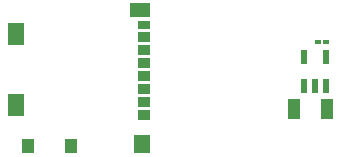
<source format=gbr>
G04 #@! TF.GenerationSoftware,KiCad,Pcbnew,(5.1.6)-1*
G04 #@! TF.CreationDate,2021-12-03T11:37:05+01:00*
G04 #@! TF.ProjectId,Keyvilboard2.0,4b657976-696c-4626-9f61-7264322e302e,rev?*
G04 #@! TF.SameCoordinates,Original*
G04 #@! TF.FileFunction,Paste,Bot*
G04 #@! TF.FilePolarity,Positive*
%FSLAX46Y46*%
G04 Gerber Fmt 4.6, Leading zero omitted, Abs format (unit mm)*
G04 Created by KiCad (PCBNEW (5.1.6)-1) date 2021-12-03 11:37:05*
%MOMM*%
%LPD*%
G01*
G04 APERTURE LIST*
%ADD10R,1.070000X1.820000*%
%ADD11R,0.600000X1.200000*%
%ADD12R,0.470000X0.440000*%
%ADD13R,1.350000X1.550000*%
%ADD14R,1.000000X1.200000*%
%ADD15R,1.350000X1.900000*%
%ADD16R,1.800000X1.170000*%
%ADD17R,1.100000X0.750000*%
%ADD18R,1.100000X0.850000*%
G04 APERTURE END LIST*
D10*
G04 #@! TO.C,C1*
X169130000Y-102130000D03*
X171890000Y-102130000D03*
G04 #@! TD*
D11*
G04 #@! TO.C,KEYPWR1*
X171820000Y-97670000D03*
X169920000Y-97670000D03*
X169920000Y-100170000D03*
X170870000Y-100170000D03*
X171820000Y-100170000D03*
G04 #@! TD*
D12*
G04 #@! TO.C,0.1uF5*
X171130000Y-96420000D03*
X171800000Y-96420000D03*
G04 #@! TD*
D13*
G04 #@! TO.C,SD1*
X156280000Y-105075000D03*
D14*
X150255000Y-105250000D03*
X146555000Y-105250000D03*
D15*
X145580000Y-101750000D03*
X145580000Y-95780000D03*
D16*
X156055000Y-93755000D03*
D17*
X156405000Y-94965000D03*
D18*
X156405000Y-96015000D03*
X156405000Y-97115000D03*
X156405000Y-98215000D03*
X156405000Y-99315000D03*
X156405000Y-100415000D03*
X156405000Y-101515000D03*
X156405000Y-102615000D03*
G04 #@! TD*
M02*

</source>
